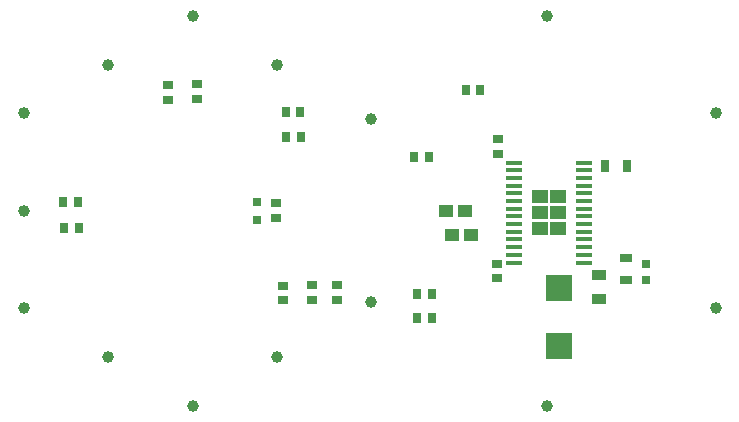
<source format=gbr>
G04*
G04 #@! TF.GenerationSoftware,Altium Limited,Altium Designer,25.8.1 (18)*
G04*
G04 Layer_Color=8421504*
%FSLAX25Y25*%
%MOIN*%
G70*
G04*
G04 #@! TF.SameCoordinates,CA0B9550-AE98-4C71-85A6-844D78770B91*
G04*
G04*
G04 #@! TF.FilePolarity,Positive*
G04*
G01*
G75*
%ADD16R,0.05550X0.01400*%
%ADD17R,0.03197X0.02985*%
%ADD18R,0.03543X0.03150*%
%ADD19R,0.02985X0.03197*%
%ADD20R,0.03740X0.03150*%
%ADD21R,0.03150X0.03150*%
%ADD22R,0.04355X0.02977*%
%ADD23R,0.02977X0.04355*%
%ADD24R,0.02756X0.02756*%
%ADD25R,0.08898X0.08504*%
%ADD26R,0.04749X0.03765*%
%ADD27R,0.03543X0.02953*%
%ADD28R,0.04748X0.04166*%
G04:AMPARAMS|DCode=29|XSize=39.37mil|YSize=39.37mil|CornerRadius=19.68mil|HoleSize=0mil|Usage=FLASHONLY|Rotation=150.000|XOffset=0mil|YOffset=0mil|HoleType=Round|Shape=RoundedRectangle|*
%AMROUNDEDRECTD29*
21,1,0.03937,0.00000,0,0,150.0*
21,1,0.00000,0.03937,0,0,150.0*
1,1,0.03937,0.00000,0.00000*
1,1,0.03937,0.00000,0.00000*
1,1,0.03937,0.00000,0.00000*
1,1,0.03937,0.00000,0.00000*
%
%ADD29ROUNDEDRECTD29*%
G04:AMPARAMS|DCode=30|XSize=39.37mil|YSize=39.37mil|CornerRadius=19.68mil|HoleSize=0mil|Usage=FLASHONLY|Rotation=90.000|XOffset=0mil|YOffset=0mil|HoleType=Round|Shape=RoundedRectangle|*
%AMROUNDEDRECTD30*
21,1,0.03937,0.00000,0,0,90.0*
21,1,0.00000,0.03937,0,0,90.0*
1,1,0.03937,0.00000,0.00000*
1,1,0.03937,0.00000,0.00000*
1,1,0.03937,0.00000,0.00000*
1,1,0.03937,0.00000,0.00000*
%
%ADD30ROUNDEDRECTD30*%
G04:AMPARAMS|DCode=31|XSize=39.37mil|YSize=39.37mil|CornerRadius=19.68mil|HoleSize=0mil|Usage=FLASHONLY|Rotation=210.000|XOffset=0mil|YOffset=0mil|HoleType=Round|Shape=RoundedRectangle|*
%AMROUNDEDRECTD31*
21,1,0.03937,0.00000,0,0,210.0*
21,1,0.00000,0.03937,0,0,210.0*
1,1,0.03937,0.00000,0.00000*
1,1,0.03937,0.00000,0.00000*
1,1,0.03937,0.00000,0.00000*
1,1,0.03937,0.00000,0.00000*
%
%ADD31ROUNDEDRECTD31*%
G36*
X64455Y2479D02*
X59143D01*
Y6991D01*
X64455D01*
Y2479D01*
D02*
G37*
G36*
X58355D02*
X53043D01*
Y6991D01*
X58355D01*
Y2479D01*
D02*
G37*
G36*
X64455Y-2821D02*
X59143D01*
Y1691D01*
X64455D01*
Y-2821D01*
D02*
G37*
G36*
X58355D02*
X53043D01*
Y1691D01*
X58355D01*
Y-2821D01*
D02*
G37*
G36*
X64455Y-8121D02*
X59143D01*
Y-3609D01*
X64455D01*
Y-8121D01*
D02*
G37*
G36*
X58355D02*
X53043D01*
Y-3609D01*
X58355D01*
Y-8121D01*
D02*
G37*
D16*
X70374Y-1844D02*
D03*
Y-4403D02*
D03*
Y3274D02*
D03*
Y715D02*
D03*
Y8392D02*
D03*
Y5833D02*
D03*
Y-6962D02*
D03*
Y-9521D02*
D03*
X47124Y3274D02*
D03*
Y715D02*
D03*
Y16069D02*
D03*
X70374Y-14639D02*
D03*
X47124Y-6962D02*
D03*
Y-12080D02*
D03*
Y10951D02*
D03*
X70374Y-17198D02*
D03*
X47124Y13510D02*
D03*
Y8392D02*
D03*
Y5833D02*
D03*
Y-1844D02*
D03*
Y-4403D02*
D03*
Y-9521D02*
D03*
Y-14639D02*
D03*
Y-17198D02*
D03*
X70374Y13510D02*
D03*
Y-12080D02*
D03*
Y10951D02*
D03*
Y16069D02*
D03*
D17*
X-58388Y42214D02*
D03*
Y37277D02*
D03*
X-11824Y-29689D02*
D03*
X-20175Y-29599D02*
D03*
X-29941Y-29801D02*
D03*
Y-24864D02*
D03*
X-20175Y-24661D02*
D03*
X-11824Y-24752D02*
D03*
X-68306Y37105D02*
D03*
Y42042D02*
D03*
D18*
X41847Y23933D02*
D03*
Y19012D02*
D03*
D19*
X-28854Y24642D02*
D03*
X13942Y17883D02*
D03*
X-103092Y2822D02*
D03*
X35937Y40223D02*
D03*
X31000D02*
D03*
X19737Y-27559D02*
D03*
X14800D02*
D03*
X19737Y-35764D02*
D03*
X14800D02*
D03*
X-98155Y2822D02*
D03*
X-102691Y-5658D02*
D03*
X-97754D02*
D03*
X-28960Y32950D02*
D03*
X-24023D02*
D03*
X-23917Y24642D02*
D03*
X18879Y17883D02*
D03*
D20*
X-32329Y2578D02*
D03*
Y-2343D02*
D03*
D21*
X-38543Y-3097D02*
D03*
Y2809D02*
D03*
D22*
X84631Y-15772D02*
D03*
Y-23055D02*
D03*
D23*
X84746Y14900D02*
D03*
X77463D02*
D03*
D24*
X91260Y-17537D02*
D03*
Y-23048D02*
D03*
D25*
X62148Y-45040D02*
D03*
Y-25749D02*
D03*
D26*
X75480Y-21248D02*
D03*
Y-29319D02*
D03*
D27*
X41352Y-22449D02*
D03*
Y-17724D02*
D03*
D28*
X24397Y-65D02*
D03*
X30704D02*
D03*
X32739Y-8134D02*
D03*
X26432D02*
D03*
D29*
X-116326Y32520D02*
D03*
X114449Y-32520D02*
D03*
X-116339Y0D02*
D03*
D30*
X-60000Y65039D02*
D03*
X58110Y-65039D02*
D03*
X-661Y30520D02*
D03*
X58110Y65039D02*
D03*
X-661Y-30520D02*
D03*
X-60000Y-65039D02*
D03*
X-31850Y-48780D02*
D03*
X-88150Y48780D02*
D03*
D31*
X-116326Y-32520D02*
D03*
X114449Y32520D02*
D03*
X-88150Y-48780D02*
D03*
X-31850Y48780D02*
D03*
M02*

</source>
